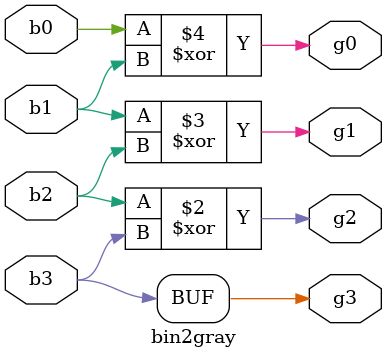
<source format=v>

module bin2gray(b0,b1,b2,b3,g0,g1,g2,g3);
    input b0,b1,b2,b3;
    output g0,g1,g2,g3;
    and a1(g3,b3,b3); 
    xor a2(g2,b2,b3);
    xor a3(g1,b1,b2);
    xor a4(g0,b0,b1);
   
endmodule


</source>
